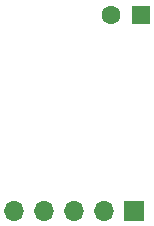
<source format=gbr>
%TF.GenerationSoftware,KiCad,Pcbnew,7.0.9*%
%TF.CreationDate,2024-06-21T09:26:43+09:00*%
%TF.ProjectId,08-REG_mod,30382d52-4547-45f6-9d6f-642e6b696361,rev?*%
%TF.SameCoordinates,Original*%
%TF.FileFunction,Soldermask,Bot*%
%TF.FilePolarity,Negative*%
%FSLAX46Y46*%
G04 Gerber Fmt 4.6, Leading zero omitted, Abs format (unit mm)*
G04 Created by KiCad (PCBNEW 7.0.9) date 2024-06-21 09:26:43*
%MOMM*%
%LPD*%
G01*
G04 APERTURE LIST*
%ADD10R,1.700000X1.700000*%
%ADD11O,1.700000X1.700000*%
%ADD12R,1.600000X1.600000*%
%ADD13C,1.600000*%
G04 APERTURE END LIST*
D10*
%TO.C,J1*%
X118105000Y-78175000D03*
D11*
X115565000Y-78175000D03*
X113025000Y-78175000D03*
X110485000Y-78175000D03*
X107945000Y-78175000D03*
%TD*%
D12*
%TO.C,C3*%
X118705000Y-61595000D03*
D13*
X116205000Y-61595000D03*
%TD*%
M02*

</source>
